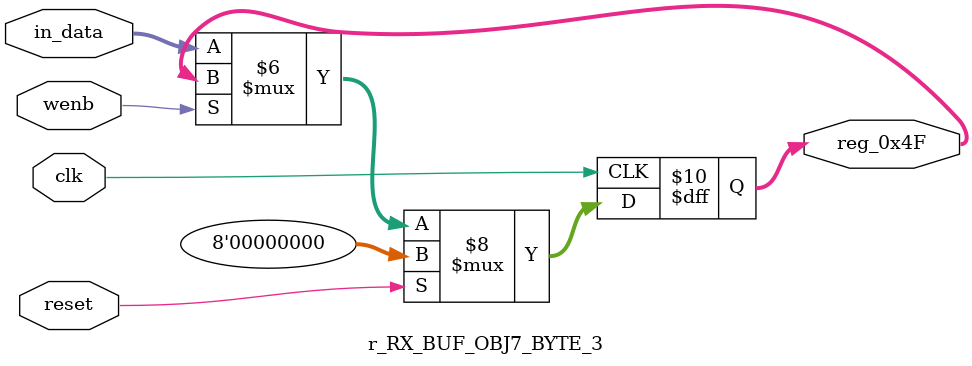
<source format=v>
module r_RX_BUF_OBJ7_BYTE_3(output reg [7:0] reg_0x4F, input wire reset, input wire wenb, input wire [7:0] in_data, input wire clk);
	always@(posedge clk)
	begin
		if(reset==0) begin
			if(wenb==0)
				reg_0x4F<=in_data;
			else
				reg_0x4F<=reg_0x4F;
		end
		else
			reg_0x4F<=8'h00;
	end
endmodule
</source>
